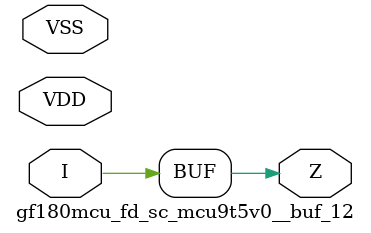
<source format=v>

module gf180mcu_fd_sc_mcu9t5v0__buf_12( I, Z, VDD, VSS );
input I;
inout VDD, VSS;
output Z;

	buf MGM_BG_0( Z, I );

endmodule

</source>
